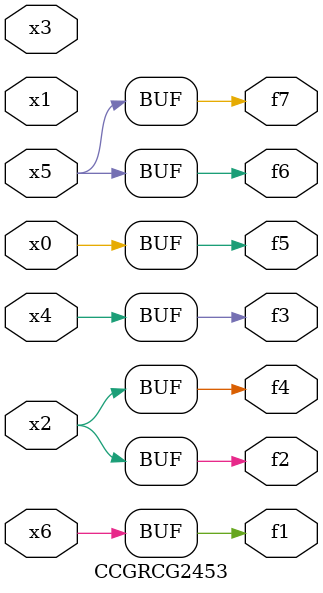
<source format=v>
module CCGRCG2453(
	input x0, x1, x2, x3, x4, x5, x6,
	output f1, f2, f3, f4, f5, f6, f7
);
	assign f1 = x6;
	assign f2 = x2;
	assign f3 = x4;
	assign f4 = x2;
	assign f5 = x0;
	assign f6 = x5;
	assign f7 = x5;
endmodule

</source>
